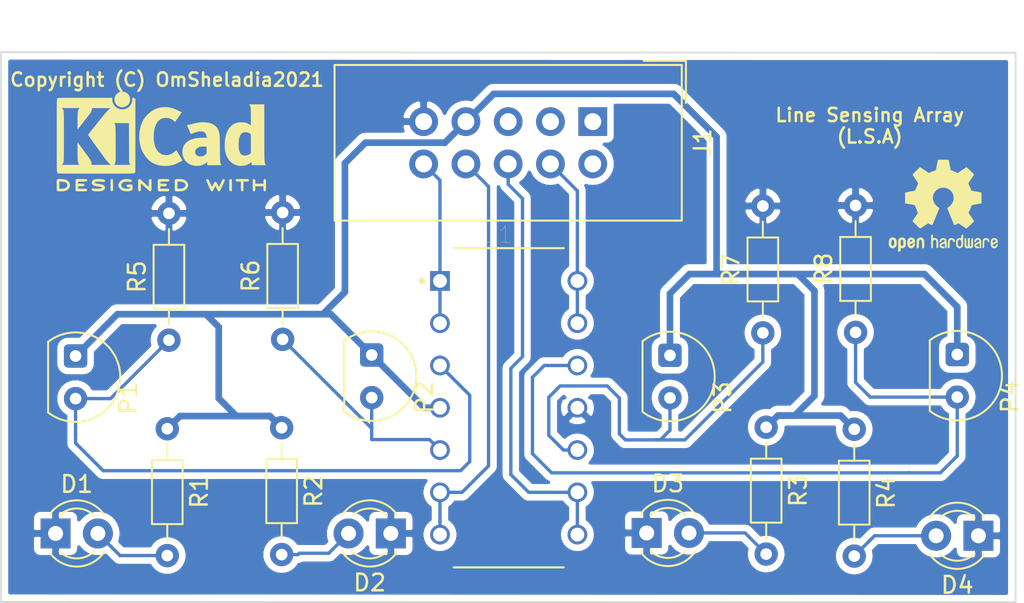
<source format=kicad_pcb>
(kicad_pcb (version 20171130) (host pcbnew "(5.1.4-0)")
  (layers (0 F.Cu signal) (31 B.Cu signal) (34 B.Paste user) (35 F.Paste user) (36 B.SilkS user) (37 F.SilkS user) (38 B.Mask user) (39 F.Mask user) (44 Edge.Cuts user))
  (net 0 "")
  (net 1 GND)
  (net 2 "Net-(D1-Pad2)")
  (net 3 "Net-(D2-Pad2)")
  (net 4 "Net-(D3-Pad2)")
  (net 5 "Net-(D4-Pad2)")
  (net 6 "Net-(J1-Pad1)")
  (net 7 "Net-(J1-Pad2)")
  (net 8 "Net-(J1-Pad3)")
  (net 9 04)
  (net 10 "Net-(J1-Pad5)")
  (net 11 03)
  (net 12 VCC)
  (net 13 02)
  (net 14 01)
  (net 15 A1)
  (net 16 A2)
  (net 17 A3)
  (net 18 A4)
  (module Symbol:KiCad-Logo2_5mm_SilkScreen (layer F.Cu) (at 109.71 65.48)
    (fp_text reference "" hide)
    (fp_text value KiCad-Logo2_5mm_SilkScreen)
  )
  (module Symbol:OSHW-Logo2_7.3x6mm_SilkScreen (layer F.Cu) (at 156.69 69.35)
    (fp_text reference REF** hide)
    (fp_text value OSHW-Logo2_7.3x6mm_SilkScreen hide)
  )
  (module Lm324:DIP825W47P254L1917H533Q14 (layer F.Cu) (at 130.58 81.49)
    (fp_text reference U1 (at -0.717 -10.4005) (layer F.SilkS) (effects (font (thickness 0.015))))
    (fp_text value LM324N_NOPB)
    (pad 1 thru_hole rect (at -4.1275 -7.62) (size 1.18 1.18) (drill 0.83) (layers *.Cu *.Mask) (net 14 01))
    (pad 2 thru_hole circle (at -4.1275 -5.08) (size 1.18 1.18) (drill 0.83) (layers *.Cu *.Mask) (net 14 01))
    (pad 3 thru_hole circle (at -4.1275 -2.54) (size 1.18 1.18) (drill 0.83) (layers *.Cu *.Mask) (net 15 A1))
    (pad 4 thru_hole circle (at -4.1275 0) (size 1.18 1.18) (drill 0.83) (layers *.Cu *.Mask) (net 12 VCC))
    (pad 5 thru_hole circle (at -4.1275 2.54) (size 1.18 1.18) (drill 0.83) (layers *.Cu *.Mask) (net 16 A2))
    (pad 6 thru_hole circle (at -4.1275 5.08) (size 1.18 1.18) (drill 0.83) (layers *.Cu *.Mask) (net 13 02))
    (pad 7 thru_hole circle (at -4.1275 7.62) (size 1.18 1.18) (drill 0.83) (layers *.Cu *.Mask) (net 13 02))
    (pad 8 thru_hole circle (at 4.1275 7.62) (size 1.18 1.18) (drill 0.83) (layers *.Cu *.Mask) (net 11 03))
    (pad 9 thru_hole circle (at 4.1275 5.08) (size 1.18 1.18) (drill 0.83) (layers *.Cu *.Mask) (net 11 03))
    (pad 10 thru_hole circle (at 4.1275 2.54) (size 1.18 1.18) (drill 0.83) (layers *.Cu *.Mask) (net 17 A3))
    (pad 11 thru_hole circle (at 4.1275 0) (size 1.18 1.18) (drill 0.83) (layers *.Cu *.Mask) (net 1 GND))
    (pad 12 thru_hole circle (at 4.1275 -2.54) (size 1.18 1.18) (drill 0.83) (layers *.Cu *.Mask) (net 18 A4))
    (pad 13 thru_hole circle (at 4.1275 -5.08) (size 1.18 1.18) (drill 0.83) (layers *.Cu *.Mask) (net 9 04))
    (pad 14 thru_hole circle (at 4.1275 -7.62) (size 1.18 1.18) (drill 0.83) (layers *.Cu *.Mask) (net 9 04))
  )
  (module LED_THT:LED_D3.0mm_FlatTop (layer F.Cu) (at 158.8 89.18 180)
    (fp_text reference D4 (at 1.27 -2.96 180) (layer F.SilkS))
    (fp_text value LED)
    (pad 2 thru_hole circle (at 2.54 0 180) (size 1.8 1.8) (drill 0.9) (layers *.Cu *.Mask) (net 5 "Net-(D4-Pad2)"))
    (pad 1 thru_hole rect (at 0 0 180) (size 1.8 1.8) (drill 0.9) (layers *.Cu *.Mask) (net 1 GND))
  )
  (module LED_THT:LED_D3.0mm_FlatTop (layer F.Cu) (at 138.87 89.01)
    (fp_text reference D3 (at 1.27 -2.96) (layer F.SilkS))
    (fp_text value LED)
    (pad 2 thru_hole circle (at 2.54 0) (size 1.8 1.8) (drill 0.9) (layers *.Cu *.Mask) (net 4 "Net-(D3-Pad2)"))
    (pad 1 thru_hole rect (at 0 0) (size 1.8 1.8) (drill 0.9) (layers *.Cu *.Mask) (net 1 GND))
  )
  (module LED_THT:LED_D3.0mm_FlatTop (layer F.Cu) (at 123.5 89.04 180)
    (fp_text reference D2 (at 1.27 -2.96 180) (layer F.SilkS))
    (fp_text value LED)
    (pad 2 thru_hole circle (at 2.54 0 180) (size 1.8 1.8) (drill 0.9) (layers *.Cu *.Mask) (net 3 "Net-(D2-Pad2)"))
    (pad 1 thru_hole rect (at 0 0 180) (size 1.8 1.8) (drill 0.9) (layers *.Cu *.Mask) (net 1 GND))
  )
  (module LED_THT:LED_D3.0mm_FlatTop (layer F.Cu) (at 103.36 89.04)
    (fp_text reference D1 (at 1.27 -2.96) (layer F.SilkS))
    (fp_text value LED)
    (pad 2 thru_hole circle (at 2.54 0) (size 1.8 1.8) (drill 0.9) (layers *.Cu *.Mask) (net 2 "Net-(D1-Pad2)"))
    (pad 1 thru_hole rect (at 0 0) (size 1.8 1.8) (drill 0.9) (layers *.Cu *.Mask) (net 1 GND))
  )
  (module OptoDevice:Osram_SFH205 (layer F.Cu) (at 104.56 78.38 270)
    (fp_text reference P1 (at 2.54 -3.17 90) (layer F.SilkS))
    (fp_text value D_Photo)
    (pad 1 thru_hole roundrect (at 0 0 270) (size 1.4 1.4) (drill 0.7) (layers *.Cu *.Mask) (roundrect_rratio 0.178) (net 12 VCC))
    (pad 2 thru_hole circle (at 2.56 0 270) (size 1.4 1.4) (drill 0.7) (layers *.Cu *.Mask) (net 15 A1))
  )
  (module OptoDevice:Osram_SFH205 (layer F.Cu) (at 122.35 78.32 270)
    (fp_text reference P2 (at 2.54 -3.17 90) (layer F.SilkS))
    (fp_text value D_Photo)
    (pad 1 thru_hole roundrect (at 0 0 270) (size 1.4 1.4) (drill 0.7) (layers *.Cu *.Mask) (roundrect_rratio 0.178) (net 12 VCC))
    (pad 2 thru_hole circle (at 2.56 0 270) (size 1.4 1.4) (drill 0.7) (layers *.Cu *.Mask) (net 16 A2))
  )
  (module OptoDevice:Osram_SFH205 (layer F.Cu) (at 157.53 78.29 270)
    (fp_text reference P4 (at 2.54 -3.17 90) (layer F.SilkS))
    (fp_text value D_Photo)
    (pad 1 thru_hole roundrect (at 0 0 270) (size 1.4 1.4) (drill 0.7) (layers *.Cu *.Mask) (roundrect_rratio 0.178) (net 12 VCC))
    (pad 2 thru_hole circle (at 2.56 0 270) (size 1.4 1.4) (drill 0.7) (layers *.Cu *.Mask) (net 18 A4))
  )
  (module OptoDevice:Osram_SFH205 (layer F.Cu) (at 140.27 78.34 270)
    (fp_text reference P3 (at 2.54 -3.17 90) (layer F.SilkS))
    (fp_text value D_Photo)
    (pad 1 thru_hole roundrect (at 0 0 270) (size 1.4 1.4) (drill 0.7) (layers *.Cu *.Mask) (roundrect_rratio 0.178) (net 12 VCC))
    (pad 2 thru_hole circle (at 2.56 0 270) (size 1.4 1.4) (drill 0.7) (layers *.Cu *.Mask) (net 17 A3))
  )
  (module Connector_IDC:IDC-Header_2x05_P2.54mm_Vertical (layer F.Cu) (at 135.63 64.3 270)
    (fp_text reference J1 (at 1.27 -6.604 90) (layer F.SilkS))
    (fp_text value Conn_02x05_Odd_Even)
    (pad 10 thru_hole oval (at 2.54 10.16 270) (size 1.7272 1.7272) (drill 1.016) (layers *.Cu *.Mask) (net 14 01))
    (pad 9 thru_hole oval (at 0 10.16 270) (size 1.7272 1.7272) (drill 1.016) (layers *.Cu *.Mask) (net 1 GND))
    (pad 8 thru_hole oval (at 2.54 7.62 270) (size 1.7272 1.7272) (drill 1.016) (layers *.Cu *.Mask) (net 13 02))
    (pad 7 thru_hole oval (at 0 7.62 270) (size 1.7272 1.7272) (drill 1.016) (layers *.Cu *.Mask) (net 12 VCC))
    (pad 6 thru_hole oval (at 2.54 5.08 270) (size 1.7272 1.7272) (drill 1.016) (layers *.Cu *.Mask) (net 11 03))
    (pad 5 thru_hole oval (at 0 5.08 270) (size 1.7272 1.7272) (drill 1.016) (layers *.Cu *.Mask) (net 10 "Net-(J1-Pad5)"))
    (pad 4 thru_hole oval (at 2.54 2.54 270) (size 1.7272 1.7272) (drill 1.016) (layers *.Cu *.Mask) (net 9 04))
    (pad 3 thru_hole oval (at 0 2.54 270) (size 1.7272 1.7272) (drill 1.016) (layers *.Cu *.Mask) (net 8 "Net-(J1-Pad3)"))
    (pad 2 thru_hole oval (at 2.54 0 270) (size 1.7272 1.7272) (drill 1.016) (layers *.Cu *.Mask) (net 7 "Net-(J1-Pad2)"))
    (pad 1 thru_hole rect (at 0 0 270) (size 1.7272 1.7272) (drill 1.016) (layers *.Cu *.Mask) (net 6 "Net-(J1-Pad1)"))
  )
  (module Resistor_THT:R_Axial_DIN0204_L3.6mm_D1.6mm_P7.62mm_Horizontal (layer F.Cu) (at 110.07 82.75 270)
    (fp_text reference R1 (at 3.81 -1.92 90) (layer F.SilkS))
    (fp_text value R_US)
    (pad 2 thru_hole oval (at 7.62 0 270) (size 1.4 1.4) (drill 0.7) (layers *.Cu *.Mask) (net 2 "Net-(D1-Pad2)"))
    (pad 1 thru_hole circle (at 0 0 270) (size 1.4 1.4) (drill 0.7) (layers *.Cu *.Mask) (net 12 VCC))
  )
  (module Resistor_THT:R_Axial_DIN0204_L3.6mm_D1.6mm_P7.62mm_Horizontal (layer F.Cu) (at 116.94 82.69 270)
    (fp_text reference R2 (at 3.81 -1.92 90) (layer F.SilkS))
    (fp_text value R_US)
    (pad 2 thru_hole oval (at 7.62 0 270) (size 1.4 1.4) (drill 0.7) (layers *.Cu *.Mask) (net 3 "Net-(D2-Pad2)"))
    (pad 1 thru_hole circle (at 0 0 270) (size 1.4 1.4) (drill 0.7) (layers *.Cu *.Mask) (net 12 VCC))
  )
  (module Resistor_THT:R_Axial_DIN0204_L3.6mm_D1.6mm_P7.62mm_Horizontal (layer F.Cu) (at 146.05 82.66 270)
    (fp_text reference R3 (at 3.81 -1.92 90) (layer F.SilkS))
    (fp_text value R_US)
    (pad 2 thru_hole oval (at 7.62 0 270) (size 1.4 1.4) (drill 0.7) (layers *.Cu *.Mask) (net 4 "Net-(D3-Pad2)"))
    (pad 1 thru_hole circle (at 0 0 270) (size 1.4 1.4) (drill 0.7) (layers *.Cu *.Mask) (net 12 VCC))
  )
  (module Resistor_THT:R_Axial_DIN0204_L3.6mm_D1.6mm_P7.62mm_Horizontal (layer F.Cu) (at 151.34 82.78 270)
    (fp_text reference R4 (at 3.81 -1.92 90) (layer F.SilkS))
    (fp_text value R_US)
    (pad 2 thru_hole oval (at 7.62 0 270) (size 1.4 1.4) (drill 0.7) (layers *.Cu *.Mask) (net 5 "Net-(D4-Pad2)"))
    (pad 1 thru_hole circle (at 0 0 270) (size 1.4 1.4) (drill 0.7) (layers *.Cu *.Mask) (net 12 VCC))
  )
  (module Resistor_THT:R_Axial_DIN0204_L3.6mm_D1.6mm_P7.62mm_Horizontal (layer F.Cu) (at 110.17 77.43 90)
    (fp_text reference R5 (at 3.81 -1.92 90) (layer F.SilkS))
    (fp_text value R_US)
    (pad 2 thru_hole oval (at 7.62 0 90) (size 1.4 1.4) (drill 0.7) (layers *.Cu *.Mask) (net 1 GND))
    (pad 1 thru_hole circle (at 0 0 90) (size 1.4 1.4) (drill 0.7) (layers *.Cu *.Mask) (net 15 A1))
  )
  (module Resistor_THT:R_Axial_DIN0204_L3.6mm_D1.6mm_P7.62mm_Horizontal (layer F.Cu) (at 117 77.38 90)
    (fp_text reference R6 (at 3.81 -1.92 90) (layer F.SilkS))
    (fp_text value R_US)
    (pad 2 thru_hole oval (at 7.62 0 90) (size 1.4 1.4) (drill 0.7) (layers *.Cu *.Mask) (net 1 GND))
    (pad 1 thru_hole circle (at 0 0 90) (size 1.4 1.4) (drill 0.7) (layers *.Cu *.Mask) (net 16 A2))
  )
  (module Resistor_THT:R_Axial_DIN0204_L3.6mm_D1.6mm_P7.62mm_Horizontal (layer F.Cu) (at 145.85 76.99 90)
    (fp_text reference R7 (at 3.81 -1.92 90) (layer F.SilkS))
    (fp_text value R_US)
    (pad 2 thru_hole oval (at 7.62 0 90) (size 1.4 1.4) (drill 0.7) (layers *.Cu *.Mask) (net 1 GND))
    (pad 1 thru_hole circle (at 0 0 90) (size 1.4 1.4) (drill 0.7) (layers *.Cu *.Mask) (net 17 A3))
  )
  (module Resistor_THT:R_Axial_DIN0204_L3.6mm_D1.6mm_P7.62mm_Horizontal (layer F.Cu) (at 151.42 76.96 90)
    (fp_text reference R8 (at 3.81 -1.92 90) (layer F.SilkS))
    (fp_text value R_US)
    (pad 2 thru_hole oval (at 7.62 0 90) (size 1.4 1.4) (drill 0.7) (layers *.Cu *.Mask) (net 1 GND))
    (pad 1 thru_hole circle (at 0 0 90) (size 1.4 1.4) (drill 0.7) (layers *.Cu *.Mask) (net 18 A4))
  )
  (gr_text "Line Sensing Array\n(L.S.A)" (at 152.27 64.55) (layer F.SilkS) (effects (font (size 0.8 0.8))))
  (gr_text "Copyright (C) OmSheladia2021" (at 110.05 61.78) (layer F.SilkS) (effects (font (size 0.8 0.8))))
  (gr_line (start 100.07 60.13) (end 100.07 93.15) (layer Edge.Cuts) (width 0.1))
  (gr_line (start 161.03 93.18) (end 100.07 93.15) (layer Edge.Cuts) (width 0.1))
  (gr_line (start 161.03 60.16) (end 161.03 93.18) (layer Edge.Cuts) (width 0.1))
  (gr_line (start 100.07 60.13) (end 161.03 60.16) (layer Edge.Cuts) (width 0.1))
  (segment (start 145.88 69.34) (end 145.85 69.37) (width 0.2) (layer B.Cu) (net 1))
  (segment (start 116.95 69.81) (end 117 69.76) (width 0.2) (layer B.Cu) (net 1))
  (segment (start 123.5 89.04) (end 122.884002 89.04) (width 0.2) (layer B.Cu) (net 1))
  (segment (start 159.11 89.18) (end 158.8 89.18) (width 0.2) (layer B.Cu) (net 1))
  (segment (start 107.23 90.37) (end 110.07 90.37) (width 0.2) (layer B.Cu) (net 2))
  (segment (start 105.9 89.04) (end 107.23 90.37) (width 0.2) (layer B.Cu) (net 2))
  (segment (start 117.929949 90.31) (end 118.009949 90.23) (width 0.2) (layer B.Cu) (net 3))
  (segment (start 116.94 90.31) (end 117.929949 90.31) (width 0.2) (layer B.Cu) (net 3))
  (segment (start 119.77 90.23) (end 120.96 89.04) (width 0.2) (layer B.Cu) (net 3))
  (segment (start 118.009949 90.23) (end 119.77 90.23) (width 0.2) (layer B.Cu) (net 3))
  (segment (start 144.78 89.01) (end 146.05 90.28) (width 0.2) (layer B.Cu) (net 4))
  (segment (start 141.41 89.01) (end 144.78 89.01) (width 0.2) (layer B.Cu) (net 4))
  (segment (start 152.56 89.18) (end 151.34 90.4) (width 0.2) (layer B.Cu) (net 5))
  (segment (start 156.26 89.18) (end 152.56 89.18) (width 0.2) (layer B.Cu) (net 5))
  (segment (start 134.7075 75.575614) (end 134.7075 73.87) (width 0.2) (layer B.Cu) (net 9))
  (segment (start 134.7075 76.41) (end 134.7075 75.575614) (width 0.2) (layer B.Cu) (net 9))
  (segment (start 134.7075 68.4575) (end 133.09 66.84) (width 0.2) (layer B.Cu) (net 9))
  (segment (start 134.7075 73.87) (end 134.7075 68.4575) (width 0.2) (layer B.Cu) (net 9))
  (segment (start 134.7075 89.11) (end 134.7075 86.57) (width 0.2) (layer B.Cu) (net 11))
  (segment (start 131.41 78.42) (end 130.71 79.12) (width 0.2) (layer B.Cu) (net 11))
  (segment (start 130.71 79.12) (end 130.71 85.5) (width 0.2) (layer B.Cu) (net 11))
  (segment (start 131.78 86.57) (end 134.7075 86.57) (width 0.2) (layer B.Cu) (net 11))
  (segment (start 130.71 85.5) (end 131.78 86.57) (width 0.2) (layer B.Cu) (net 11))
  (segment (start 131.41 68.921314) (end 131.41 78.42) (width 0.2) (layer B.Cu) (net 11))
  (segment (start 130.55 66.84) (end 130.55 68.061314) (width 0.2) (layer B.Cu) (net 11))
  (segment (start 130.55 68.061314) (end 131.41 68.921314) (width 0.2) (layer B.Cu) (net 11))
  (segment (start 122.35 78.32) (end 119.9 75.87) (width 0.4) (layer B.Cu) (net 12))
  (segment (start 107.07 75.87) (end 104.56 78.38) (width 0.4) (layer B.Cu) (net 12))
  (segment (start 119.9 75.87) (end 119.42 75.87) (width 0.4) (layer B.Cu) (net 12))
  (segment (start 110.14 82.75) (end 110.09 82.7) (width 0.2) (layer B.Cu) (net 12))
  (segment (start 128.01 64.3) (end 129.68 62.63) (width 0.4) (layer B.Cu) (net 12))
  (segment (start 129.68 62.63) (end 140.49 62.63) (width 0.4) (layer B.Cu) (net 12))
  (segment (start 140.49 62.63) (end 143.07 65.21) (width 0.4) (layer B.Cu) (net 12))
  (segment (start 151.22 82.66) (end 151.34 82.78) (width 0.2) (layer B.Cu) (net 12))
  (segment (start 143.07 65.21) (end 143.07 65.33) (width 0.2) (layer B.Cu) (net 12))
  (segment (start 116.87 82.75) (end 116.96 82.66) (width 0.2) (layer B.Cu) (net 12))
  (segment (start 113.69 75.96) (end 113.78 75.87) (width 0.2) (layer B.Cu) (net 12))
  (segment (start 113.78 75.87) (end 113.2 75.87) (width 0.4) (layer B.Cu) (net 12))
  (segment (start 125.52 81.49) (end 122.35 78.32) (width 0.4) (layer B.Cu) (net 12))
  (segment (start 126.4525 81.49) (end 125.52 81.49) (width 0.4) (layer B.Cu) (net 12))
  (segment (start 157.53 78.29) (end 157.53 75.43) (width 0.4) (layer B.Cu) (net 12))
  (segment (start 157.53 75.43) (end 155.56 73.46) (width 0.4) (layer B.Cu) (net 12))
  (segment (start 140.27 74.63) (end 140.27 78.34) (width 0.4) (layer B.Cu) (net 12))
  (segment (start 141.44 73.46) (end 140.27 74.63) (width 0.4) (layer B.Cu) (net 12))
  (segment (start 148.87 73.48) (end 148.89 73.46) (width 0.2) (layer B.Cu) (net 12))
  (segment (start 155.56 73.46) (end 148.89 73.46) (width 0.4) (layer B.Cu) (net 12))
  (segment (start 143.07 73.3) (end 143.23 73.46) (width 0.4) (layer B.Cu) (net 12))
  (segment (start 143.07 65.21) (end 143.07 73.3) (width 0.4) (layer B.Cu) (net 12))
  (segment (start 143.23 73.46) (end 141.44 73.46) (width 0.4) (layer B.Cu) (net 12))
  (segment (start 150.640001 82.080001) (end 151.34 82.78) (width 0.4) (layer B.Cu) (net 12))
  (segment (start 150.520001 81.960001) (end 150.640001 82.080001) (width 0.4) (layer B.Cu) (net 12))
  (segment (start 146.749999 81.960001) (end 150.520001 81.960001) (width 0.4) (layer B.Cu) (net 12))
  (segment (start 146.05 82.66) (end 146.749999 81.960001) (width 0.4) (layer B.Cu) (net 12))
  (segment (start 146.749999 81.960001) (end 147.759999 81.960001) (width 0.4) (layer B.Cu) (net 12))
  (segment (start 147.759999 81.960001) (end 148.95 80.77) (width 0.4) (layer B.Cu) (net 12))
  (segment (start 148.95 74.46) (end 147.95 73.46) (width 0.4) (layer B.Cu) (net 12))
  (segment (start 148.95 80.77) (end 148.95 74.46) (width 0.4) (layer B.Cu) (net 12))
  (segment (start 147.95 73.46) (end 143.23 73.46) (width 0.4) (layer B.Cu) (net 12))
  (segment (start 148.89 73.46) (end 147.95 73.46) (width 0.4) (layer B.Cu) (net 12))
  (segment (start 110.829999 81.990001) (end 110.07 82.75) (width 0.4) (layer B.Cu) (net 12))
  (segment (start 116.240001 81.990001) (end 110.829999 81.990001) (width 0.4) (layer B.Cu) (net 12))
  (segment (start 112.39 75.87) (end 107.07 75.87) (width 0.4) (layer B.Cu) (net 12))
  (segment (start 113.2 75.87) (end 112.39 75.87) (width 0.4) (layer B.Cu) (net 12))
  (segment (start 116.240001 81.990001) (end 116.94 82.69) (width 0.4) (layer B.Cu) (net 12))
  (segment (start 113.16 76.64) (end 112.39 75.87) (width 0.4) (layer B.Cu) (net 12))
  (segment (start 113.16 80.92) (end 113.16 76.64) (width 0.4) (layer B.Cu) (net 12))
  (segment (start 114.230001 81.990001) (end 113.16 80.92) (width 0.4) (layer B.Cu) (net 12))
  (segment (start 116.240001 81.990001) (end 114.230001 81.990001) (width 0.4) (layer B.Cu) (net 12))
  (segment (start 119.42 75.87) (end 117.9 75.87) (width 0.4) (layer B.Cu) (net 12))
  (segment (start 117.9 75.87) (end 113.78 75.87) (width 0.4) (layer B.Cu) (net 12))
  (segment (start 126.720803 65.563601) (end 126.733601 65.576399) (width 0.4) (layer B.Cu) (net 12))
  (segment (start 120.74 66.8) (end 121.976399 65.563601) (width 0.4) (layer B.Cu) (net 12))
  (segment (start 120.74 74.54) (end 120.74 66.8) (width 0.4) (layer B.Cu) (net 12))
  (segment (start 119.41 75.87) (end 120.74 74.54) (width 0.4) (layer B.Cu) (net 12))
  (segment (start 121.976399 65.563601) (end 126.720803 65.563601) (width 0.4) (layer B.Cu) (net 12))
  (segment (start 117.9 75.87) (end 119.41 75.87) (width 0.4) (layer B.Cu) (net 12))
  (segment (start 126.746399 65.563601) (end 128.01 64.3) (width 0.4) (layer B.Cu) (net 12))
  (segment (start 126.720803 65.563601) (end 126.746399 65.563601) (width 0.4) (layer B.Cu) (net 12))
  (segment (start 126.4525 88.275614) (end 126.4525 86.57) (width 0.2) (layer B.Cu) (net 13))
  (segment (start 126.4525 89.11) (end 126.4525 88.275614) (width 0.2) (layer B.Cu) (net 13))
  (segment (start 127.78 86.57) (end 129.37 84.98) (width 0.2) (layer B.Cu) (net 13))
  (segment (start 129.37 68.2) (end 128.01 66.84) (width 0.2) (layer B.Cu) (net 13))
  (segment (start 129.37 84.98) (end 129.37 68.2) (width 0.2) (layer B.Cu) (net 13))
  (segment (start 126.4525 86.57) (end 127.78 86.57) (width 0.2) (layer B.Cu) (net 13))
  (segment (start 126.4525 76.41) (end 126.4525 73.87) (width 0.2) (layer B.Cu) (net 14))
  (segment (start 126.4525 67.8225) (end 125.47 66.84) (width 0.2) (layer B.Cu) (net 14))
  (segment (start 126.4525 73.87) (end 126.4525 67.8225) (width 0.2) (layer B.Cu) (net 14))
  (segment (start 104.56 83.15) (end 104.56 80.94) (width 0.2) (layer B.Cu) (net 15))
  (segment (start 104.56 83.04) (end 104.56 83.15) (width 0.2) (layer B.Cu) (net 15))
  (segment (start 106.66 80.94) (end 110.17 77.43) (width 0.2) (layer B.Cu) (net 15))
  (segment (start 104.56 80.94) (end 106.66 80.94) (width 0.2) (layer B.Cu) (net 15))
  (segment (start 128.24 80.7375) (end 126.4525 78.95) (width 0.2) (layer B.Cu) (net 15))
  (segment (start 127.69 85.27) (end 128.24 84.72) (width 0.2) (layer B.Cu) (net 15))
  (segment (start 128.24 84.72) (end 128.24 80.7375) (width 0.2) (layer B.Cu) (net 15))
  (segment (start 104.56 83.15) (end 104.56 83.61) (width 0.2) (layer B.Cu) (net 15))
  (segment (start 106.22 85.27) (end 127.69 85.27) (width 0.2) (layer B.Cu) (net 15))
  (segment (start 104.56 83.61) (end 106.22 85.27) (width 0.2) (layer B.Cu) (net 15))
  (segment (start 122.35 82.73) (end 122.35 83.4) (width 0.2) (layer B.Cu) (net 16))
  (segment (start 117 77.38) (end 122.35 82.73) (width 0.2) (layer B.Cu) (net 16))
  (segment (start 125.8225 83.4) (end 126.4525 84.03) (width 0.2) (layer B.Cu) (net 16))
  (segment (start 122.35 83.4) (end 125.8225 83.4) (width 0.2) (layer B.Cu) (net 16))
  (segment (start 122.35 82.73) (end 122.35 80.88) (width 0.2) (layer B.Cu) (net 16))
  (segment (start 145.85 77.979949) (end 145.85 76.99) (width 0.2) (layer B.Cu) (net 17))
  (segment (start 145.85 78.74) (end 145.85 77.979949) (width 0.2) (layer B.Cu) (net 17))
  (segment (start 141.17 83.42) (end 145.85 78.74) (width 0.2) (layer B.Cu) (net 17))
  (segment (start 140.27 83.42) (end 141.17 83.42) (width 0.2) (layer B.Cu) (net 17))
  (segment (start 137.23 83.06) (end 137.59 83.42) (width 0.2) (layer B.Cu) (net 17))
  (segment (start 137.23 80.91) (end 137.23 83.06) (width 0.2) (layer B.Cu) (net 17))
  (segment (start 136.5 80.18) (end 137.23 80.91) (width 0.2) (layer B.Cu) (net 17))
  (segment (start 137.59 83.42) (end 139.69 83.42) (width 0.2) (layer B.Cu) (net 17))
  (segment (start 132.99 83.146886) (end 132.99 80.86) (width 0.2) (layer B.Cu) (net 17))
  (segment (start 133.873114 84.03) (end 132.99 83.146886) (width 0.2) (layer B.Cu) (net 17))
  (segment (start 133.67 80.18) (end 136.5 80.18) (width 0.2) (layer B.Cu) (net 17))
  (segment (start 132.99 80.86) (end 133.67 80.18) (width 0.2) (layer B.Cu) (net 17))
  (segment (start 134.7075 84.03) (end 133.873114 84.03) (width 0.2) (layer B.Cu) (net 17))
  (segment (start 139.69 83.42) (end 139.37 83.42) (width 0.2) (layer B.Cu) (net 17))
  (segment (start 140.27 83.42) (end 139.69 83.42) (width 0.2) (layer B.Cu) (net 17))
  (segment (start 140.27 82.84) (end 140.27 80.9) (width 0.2) (layer B.Cu) (net 17))
  (segment (start 139.69 83.42) (end 140.27 82.84) (width 0.2) (layer B.Cu) (net 17))
  (segment (start 151.42 77.11) (end 151.42 76.96) (width 0.2) (layer B.Cu) (net 18))
  (segment (start 156.51 85.4) (end 157.53 84.38) (width 0.2) (layer B.Cu) (net 18))
  (segment (start 132.01 84.25) (end 133.16 85.4) (width 0.2) (layer B.Cu) (net 18))
  (segment (start 132.01 79.66) (end 132.01 84.25) (width 0.2) (layer B.Cu) (net 18))
  (segment (start 132.72 78.95) (end 132.01 79.66) (width 0.2) (layer B.Cu) (net 18))
  (segment (start 157.53 84.38) (end 157.53 80.85) (width 0.2) (layer B.Cu) (net 18))
  (segment (start 134.7075 78.95) (end 132.72 78.95) (width 0.2) (layer B.Cu) (net 18))
  (segment (start 157.53 80.85) (end 152.3 80.85) (width 0.2) (layer B.Cu) (net 18))
  (segment (start 151.42 79.97) (end 151.42 76.96) (width 0.2) (layer B.Cu) (net 18))
  (segment (start 152.3 80.85) (end 151.42 79.97) (width 0.2) (layer B.Cu) (net 18))
  (segment (start 154.62 85.4) (end 154.7 85.4) (width 0.2) (layer B.Cu) (net 18))
  (segment (start 133.16 85.4) (end 154.62 85.4) (width 0.2) (layer B.Cu) (net 18))
  (segment (start 154.62 85.4) (end 156.51 85.4) (width 0.2) (layer B.Cu) (net 18))
  (zone (net 1) (net_name GND) (layer B.Cu) (connect_pads (clearance 0.4)) (min_thickness 0.2) (fill yes (arc_segments 32) (thermal_gap 0.4) (thermal_bridge_width 0.4) (smoothing chamfer))
    (polygon (pts (xy 161.05 59.925) (xy 100.1 60.18) (xy 100.16 93.01) (xy 160.81 92.88)))
  )
  (zone (net 1) (net_name GND) (layer B.Cu) (connect_pads (clearance 0.4)) (min_thickness 0.2) (fill yes (arc_segments 32) (thermal_gap 0.4) (thermal_bridge_width 0.4) (smoothing chamfer))
    (polygon (pts (xy 160.96 60.22) (xy 100.15 60.18) (xy 100.15 93.03) (xy 160.99 93.09)))
  )
)
</source>
